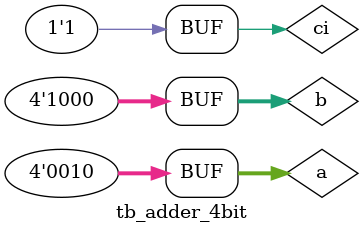
<source format=v>
`timescale 1ns / 1ns
module adder_1bit(s,co,ci,a,b );
input a,b,ci ;
output s,co;
wire w1,w2,w3,w4 ;

xor F1(w1,b,ci);
xor F2(w3,a,w1);
xor F3(s,w3,ci);
and F4(w2,w1,a);
and F5(w4,w3,ci);
or F6(co,w4,w2);

endmodule
module adder_1bit_delay(s,co,ci,a,b );
input a,b,ci ;
output s,co;
wire w1,w2,w3,w4 ;

xor  #(10)F1(w1,b,ci);
xor  #(10)F2(w3,a,w1);
xor  #(10)F3(s,w3,ci);
and  #(5)F4(w2,w1,a);
and  #(5)F5(w4,w3,ci);
or   #(5)F6(co,w4,w2);

endmodule

module adder_4bit(s,co,ci,a,b );
input [3:0] a,b;
input ci;
output [3:0] s;
output co ;
wire [6:0] w ;

xor G1(w[0],ci,b[0]);
xor G2(w[1],ci,b[1]);
xor G3(w[2],ci,b[2]);
xor G4(w[3],ci,b[3]);
adder_1bit G5(s[0],w[4],ci,a[0],b[0]);
adder_1bit G6(s[1],w[5],w[4],a[1],b[1]);
adder_1bit G7(s[2],w[6],w[5],a[2],b[2]);
adder_1bit G8(s[3],co,w[6],a[3],b[3]);
endmodule

module adder_4bit_delay(s,co,ci,a,b );
input [3:0] a,b;
input ci;
output [3:0] s;
output co ;
wire [6:0] w ;

xor #(10)G1(w[0],ci,b[0]);
xor #(10)G2(w[1],ci,b[1]);
xor #(10)G3(w[2],ci,b[2]);
xor #(10)G4(w[3],ci,b[3]);
adder_1bit_delay G5(s[0],w[4],ci,a[0],b[0]);
adder_1bit_delay G6(s[1],w[5],w[4],a[1],b[1]);
adder_1bit_delay G7(s[2],w[6],w[5],a[2],b[2]);
adder_1bit_delay G8(s[3],co,w[6],a[3],b[3]);
endmodule


module tb_adder_4bit();
reg [3:0] a;
reg [3:0] b;
reg ci;

wire [3:0] s;
wire [3:0] s_delay;
wire co;
wire co_delay;

adder_4bit T1(s,co,ci,a,b);
adder_4bit_delay T2(s_delay,co_delay,ci,a,b);

initial
 begin
 
 a=4'b0001;
 b=4'b0001;
 ci=1'b0;
 #10;
  a=4'b0100;
 b=4'b0000;
 ci=1'b0;
 #10;
  a=4'b1110;
 b=4'b0011;
 ci=1'b0;
 #10;
 ////
  a=4'b0001;
 b=4'b0000;
 ci=1'b1;
 #10;
  a=4'b1010;
 b=4'b0011;
 ci=1'b1;
 #10;
  a=4'b0010;
 b=4'b1000;
 ci=1'b1;
 #10;
 end
 endmodule
 

</source>
